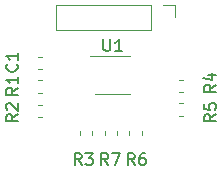
<source format=gbr>
G04 #@! TF.GenerationSoftware,KiCad,Pcbnew,(5.1.5)-3*
G04 #@! TF.CreationDate,2021-11-01T22:29:24-04:00*
G04 #@! TF.ProjectId,MakeNateAMillionDollars,4d616b65-4e61-4746-9541-4d696c6c696f,rev?*
G04 #@! TF.SameCoordinates,Original*
G04 #@! TF.FileFunction,Legend,Top*
G04 #@! TF.FilePolarity,Positive*
%FSLAX46Y46*%
G04 Gerber Fmt 4.6, Leading zero omitted, Abs format (unit mm)*
G04 Created by KiCad (PCBNEW (5.1.5)-3) date 2021-11-01 22:29:24*
%MOMM*%
%LPD*%
G04 APERTURE LIST*
%ADD10C,0.120000*%
%ADD11C,0.150000*%
G04 APERTURE END LIST*
D10*
X155510000Y-94890000D02*
X155510000Y-95950000D01*
X154450000Y-94890000D02*
X155510000Y-94890000D01*
X153450000Y-94890000D02*
X153450000Y-97010000D01*
X153450000Y-97010000D02*
X145390000Y-97010000D01*
X153450000Y-94890000D02*
X145390000Y-94890000D01*
X145390000Y-94890000D02*
X145390000Y-97010000D01*
X148700000Y-102440000D02*
X151700000Y-102440000D01*
X148325000Y-99200000D02*
X151700000Y-99200000D01*
X149590000Y-105587221D02*
X149590000Y-105912779D01*
X150610000Y-105587221D02*
X150610000Y-105912779D01*
X152660000Y-105912779D02*
X152660000Y-105587221D01*
X151640000Y-105912779D02*
X151640000Y-105587221D01*
X156162779Y-103240000D02*
X155837221Y-103240000D01*
X156162779Y-104260000D02*
X155837221Y-104260000D01*
X156162779Y-101240000D02*
X155837221Y-101240000D01*
X156162779Y-102260000D02*
X155837221Y-102260000D01*
X147440000Y-105587221D02*
X147440000Y-105912779D01*
X148460000Y-105587221D02*
X148460000Y-105912779D01*
X144212779Y-103340000D02*
X143887221Y-103340000D01*
X144212779Y-104360000D02*
X143887221Y-104360000D01*
X143887221Y-102310000D02*
X144212779Y-102310000D01*
X143887221Y-101290000D02*
X144212779Y-101290000D01*
X144212779Y-99290000D02*
X143887221Y-99290000D01*
X144212779Y-100310000D02*
X143887221Y-100310000D01*
D11*
X149438095Y-97797380D02*
X149438095Y-98606904D01*
X149485714Y-98702142D01*
X149533333Y-98749761D01*
X149628571Y-98797380D01*
X149819047Y-98797380D01*
X149914285Y-98749761D01*
X149961904Y-98702142D01*
X150009523Y-98606904D01*
X150009523Y-97797380D01*
X151009523Y-98797380D02*
X150438095Y-98797380D01*
X150723809Y-98797380D02*
X150723809Y-97797380D01*
X150628571Y-97940238D01*
X150533333Y-98035476D01*
X150438095Y-98083095D01*
X149833333Y-108452380D02*
X149500000Y-107976190D01*
X149261904Y-108452380D02*
X149261904Y-107452380D01*
X149642857Y-107452380D01*
X149738095Y-107500000D01*
X149785714Y-107547619D01*
X149833333Y-107642857D01*
X149833333Y-107785714D01*
X149785714Y-107880952D01*
X149738095Y-107928571D01*
X149642857Y-107976190D01*
X149261904Y-107976190D01*
X150166666Y-107452380D02*
X150833333Y-107452380D01*
X150404761Y-108452380D01*
X152083333Y-108452380D02*
X151750000Y-107976190D01*
X151511904Y-108452380D02*
X151511904Y-107452380D01*
X151892857Y-107452380D01*
X151988095Y-107500000D01*
X152035714Y-107547619D01*
X152083333Y-107642857D01*
X152083333Y-107785714D01*
X152035714Y-107880952D01*
X151988095Y-107928571D01*
X151892857Y-107976190D01*
X151511904Y-107976190D01*
X152940476Y-107452380D02*
X152750000Y-107452380D01*
X152654761Y-107500000D01*
X152607142Y-107547619D01*
X152511904Y-107690476D01*
X152464285Y-107880952D01*
X152464285Y-108261904D01*
X152511904Y-108357142D01*
X152559523Y-108404761D01*
X152654761Y-108452380D01*
X152845238Y-108452380D01*
X152940476Y-108404761D01*
X152988095Y-108357142D01*
X153035714Y-108261904D01*
X153035714Y-108023809D01*
X152988095Y-107928571D01*
X152940476Y-107880952D01*
X152845238Y-107833333D01*
X152654761Y-107833333D01*
X152559523Y-107880952D01*
X152511904Y-107928571D01*
X152464285Y-108023809D01*
X158952380Y-104166666D02*
X158476190Y-104500000D01*
X158952380Y-104738095D02*
X157952380Y-104738095D01*
X157952380Y-104357142D01*
X158000000Y-104261904D01*
X158047619Y-104214285D01*
X158142857Y-104166666D01*
X158285714Y-104166666D01*
X158380952Y-104214285D01*
X158428571Y-104261904D01*
X158476190Y-104357142D01*
X158476190Y-104738095D01*
X157952380Y-103261904D02*
X157952380Y-103738095D01*
X158428571Y-103785714D01*
X158380952Y-103738095D01*
X158333333Y-103642857D01*
X158333333Y-103404761D01*
X158380952Y-103309523D01*
X158428571Y-103261904D01*
X158523809Y-103214285D01*
X158761904Y-103214285D01*
X158857142Y-103261904D01*
X158904761Y-103309523D01*
X158952380Y-103404761D01*
X158952380Y-103642857D01*
X158904761Y-103738095D01*
X158857142Y-103785714D01*
X158952380Y-101666666D02*
X158476190Y-102000000D01*
X158952380Y-102238095D02*
X157952380Y-102238095D01*
X157952380Y-101857142D01*
X158000000Y-101761904D01*
X158047619Y-101714285D01*
X158142857Y-101666666D01*
X158285714Y-101666666D01*
X158380952Y-101714285D01*
X158428571Y-101761904D01*
X158476190Y-101857142D01*
X158476190Y-102238095D01*
X158285714Y-100809523D02*
X158952380Y-100809523D01*
X157904761Y-101047619D02*
X158619047Y-101285714D01*
X158619047Y-100666666D01*
X147583333Y-108452380D02*
X147250000Y-107976190D01*
X147011904Y-108452380D02*
X147011904Y-107452380D01*
X147392857Y-107452380D01*
X147488095Y-107500000D01*
X147535714Y-107547619D01*
X147583333Y-107642857D01*
X147583333Y-107785714D01*
X147535714Y-107880952D01*
X147488095Y-107928571D01*
X147392857Y-107976190D01*
X147011904Y-107976190D01*
X147916666Y-107452380D02*
X148535714Y-107452380D01*
X148202380Y-107833333D01*
X148345238Y-107833333D01*
X148440476Y-107880952D01*
X148488095Y-107928571D01*
X148535714Y-108023809D01*
X148535714Y-108261904D01*
X148488095Y-108357142D01*
X148440476Y-108404761D01*
X148345238Y-108452380D01*
X148059523Y-108452380D01*
X147964285Y-108404761D01*
X147916666Y-108357142D01*
X142202380Y-104166666D02*
X141726190Y-104500000D01*
X142202380Y-104738095D02*
X141202380Y-104738095D01*
X141202380Y-104357142D01*
X141250000Y-104261904D01*
X141297619Y-104214285D01*
X141392857Y-104166666D01*
X141535714Y-104166666D01*
X141630952Y-104214285D01*
X141678571Y-104261904D01*
X141726190Y-104357142D01*
X141726190Y-104738095D01*
X141297619Y-103785714D02*
X141250000Y-103738095D01*
X141202380Y-103642857D01*
X141202380Y-103404761D01*
X141250000Y-103309523D01*
X141297619Y-103261904D01*
X141392857Y-103214285D01*
X141488095Y-103214285D01*
X141630952Y-103261904D01*
X142202380Y-103833333D01*
X142202380Y-103214285D01*
X142202380Y-101916666D02*
X141726190Y-102250000D01*
X142202380Y-102488095D02*
X141202380Y-102488095D01*
X141202380Y-102107142D01*
X141250000Y-102011904D01*
X141297619Y-101964285D01*
X141392857Y-101916666D01*
X141535714Y-101916666D01*
X141630952Y-101964285D01*
X141678571Y-102011904D01*
X141726190Y-102107142D01*
X141726190Y-102488095D01*
X142202380Y-100964285D02*
X142202380Y-101535714D01*
X142202380Y-101250000D02*
X141202380Y-101250000D01*
X141345238Y-101345238D01*
X141440476Y-101440476D01*
X141488095Y-101535714D01*
X142107142Y-99916666D02*
X142154761Y-99964285D01*
X142202380Y-100107142D01*
X142202380Y-100202380D01*
X142154761Y-100345238D01*
X142059523Y-100440476D01*
X141964285Y-100488095D01*
X141773809Y-100535714D01*
X141630952Y-100535714D01*
X141440476Y-100488095D01*
X141345238Y-100440476D01*
X141250000Y-100345238D01*
X141202380Y-100202380D01*
X141202380Y-100107142D01*
X141250000Y-99964285D01*
X141297619Y-99916666D01*
X142202380Y-98964285D02*
X142202380Y-99535714D01*
X142202380Y-99250000D02*
X141202380Y-99250000D01*
X141345238Y-99345238D01*
X141440476Y-99440476D01*
X141488095Y-99535714D01*
M02*

</source>
